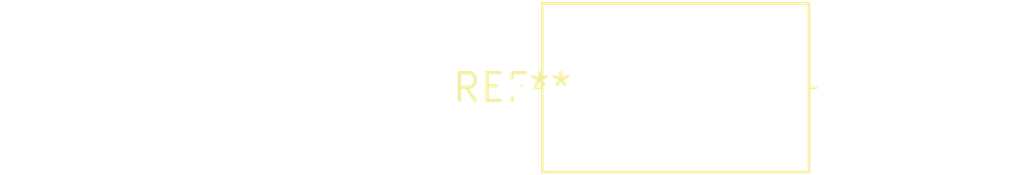
<source format=kicad_pcb>
(kicad_pcb (version 20240108) (generator pcbnew)
  (layers (0 "F.Cu" signal) (31 "B.Cu" signal) (34 "B.Paste" user) (35 "F.Paste" user) (36 "B.SilkS" user "B.Silkscreen") (37 "F.SilkS" user "F.Silkscreen") (38 "B.Mask" user) (39 "F.Mask" user) (44 "Edge.Cuts" user))
  (net 0 "")
  (footprint "C_Axial_L12.0mm_D7.5mm_P15.00mm_Horizontal" (layer "F.Cu") (at 0 0)
    (property "Reference" "REF**")
    (property "Value" "C_Axial_L12.0mm_D7.5mm_P15.00mm_Horizontal")
    (fp_line (start 1.04 0) (end 1.38 0) (layer "F.SilkS") (stroke (width 0.12)))
    (fp_line (start 1.38 -3.87) (end 1.38 3.87) (layer "F.SilkS") (stroke (width 0.12)))
    (fp_line (start 1.38 3.87) (end 13.62 3.87) (layer "F.SilkS") (stroke (width 0.12)))
    (fp_line (start 13.62 -3.87) (end 1.38 -3.87) (layer "F.SilkS") (stroke (width 0.12)))
    (fp_line (start 13.62 3.87) (end 13.62 -3.87) (layer "F.SilkS") (stroke (width 0.12)))
    (fp_line (start 13.96 0) (end 13.62 0) (layer "F.SilkS") (stroke (width 0.12)))
    (pad "1" thru_hole circle (at 0 0) (size 1.6 1.6) (drill 0.8) (layers *.Cu *.Mask) (remove_unused_layers))
    (pad "2" thru_hole oval (at 15 0) (size 1.6 1.6) (drill 0.8) (layers *.Cu *.Mask) (remove_unused_layers))
  )
)
</source>
